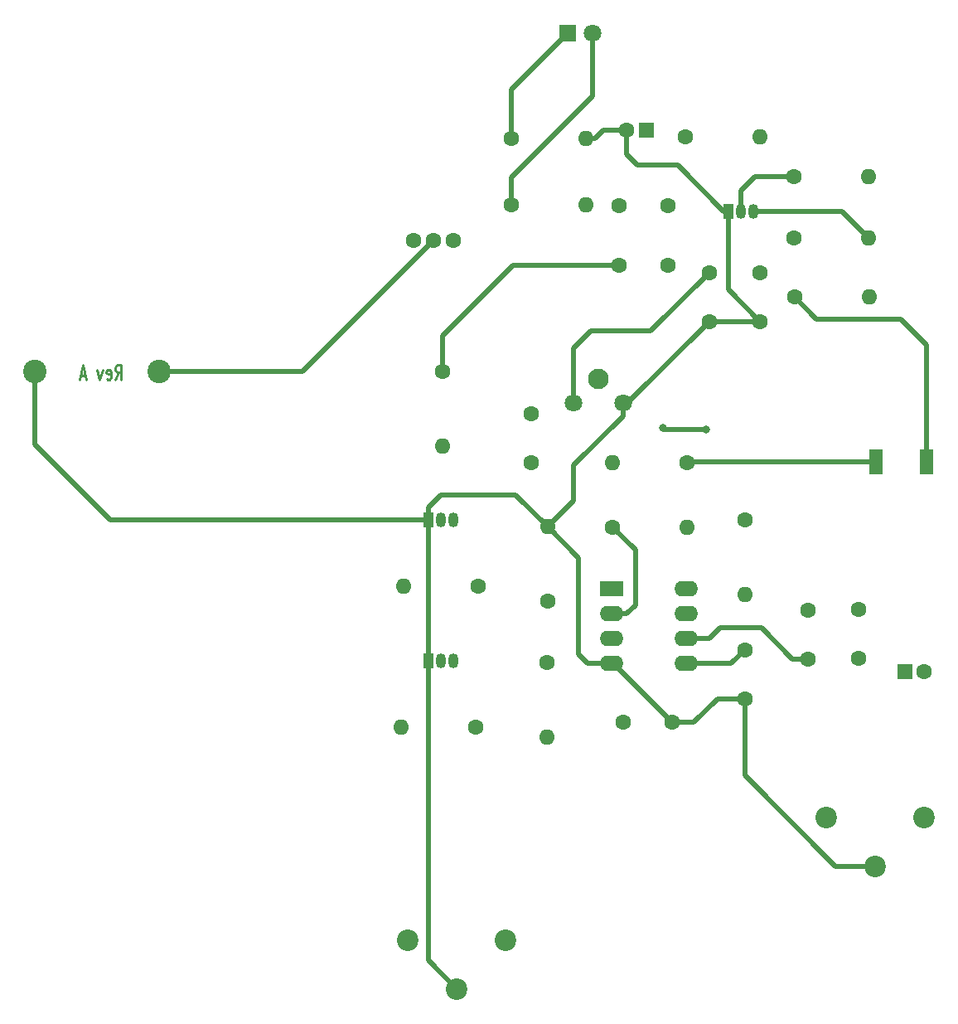
<source format=gbr>
%TF.GenerationSoftware,KiCad,Pcbnew,5.1.10-88a1d61d58~90~ubuntu20.04.1*%
%TF.CreationDate,2021-07-22T12:56:01-07:00*%
%TF.ProjectId,TwinTCPO,5477696e-5443-4504-9f2e-6b696361645f,A*%
%TF.SameCoordinates,Original*%
%TF.FileFunction,Copper,L2,Bot*%
%TF.FilePolarity,Positive*%
%FSLAX46Y46*%
G04 Gerber Fmt 4.6, Leading zero omitted, Abs format (unit mm)*
G04 Created by KiCad (PCBNEW 5.1.10-88a1d61d58~90~ubuntu20.04.1) date 2021-07-22 12:56:01*
%MOMM*%
%LPD*%
G01*
G04 APERTURE LIST*
%TA.AperFunction,NonConductor*%
%ADD10C,0.275000*%
%TD*%
%TA.AperFunction,ComponentPad*%
%ADD11O,2.400000X1.600000*%
%TD*%
%TA.AperFunction,ComponentPad*%
%ADD12R,2.400000X1.600000*%
%TD*%
%TA.AperFunction,ComponentPad*%
%ADD13C,1.600000*%
%TD*%
%TA.AperFunction,ComponentPad*%
%ADD14O,1.600000X1.600000*%
%TD*%
%TA.AperFunction,ComponentPad*%
%ADD15C,2.100000*%
%TD*%
%TA.AperFunction,ComponentPad*%
%ADD16C,1.800000*%
%TD*%
%TA.AperFunction,ComponentPad*%
%ADD17R,1.050000X1.500000*%
%TD*%
%TA.AperFunction,ComponentPad*%
%ADD18O,1.050000X1.500000*%
%TD*%
%TA.AperFunction,ComponentPad*%
%ADD19C,2.200000*%
%TD*%
%TA.AperFunction,ComponentPad*%
%ADD20C,2.400000*%
%TD*%
%TA.AperFunction,ComponentPad*%
%ADD21R,1.800000X1.800000*%
%TD*%
%TA.AperFunction,SMDPad,CuDef*%
%ADD22R,1.400000X2.600000*%
%TD*%
%TA.AperFunction,ComponentPad*%
%ADD23R,1.600000X1.600000*%
%TD*%
%TA.AperFunction,ViaPad*%
%ADD24C,0.800000*%
%TD*%
%TA.AperFunction,Conductor*%
%ADD25C,0.500000*%
%TD*%
G04 APERTURE END LIST*
D10*
X88490476Y-80378571D02*
X88857142Y-79664285D01*
X89119047Y-80378571D02*
X89119047Y-78878571D01*
X88700000Y-78878571D01*
X88595238Y-78950000D01*
X88542857Y-79021428D01*
X88490476Y-79164285D01*
X88490476Y-79378571D01*
X88542857Y-79521428D01*
X88595238Y-79592857D01*
X88700000Y-79664285D01*
X89119047Y-79664285D01*
X87599999Y-80307142D02*
X87704761Y-80378571D01*
X87914285Y-80378571D01*
X88019047Y-80307142D01*
X88071428Y-80164285D01*
X88071428Y-79592857D01*
X88019047Y-79450000D01*
X87914285Y-79378571D01*
X87704761Y-79378571D01*
X87599999Y-79450000D01*
X87547619Y-79592857D01*
X87547619Y-79735714D01*
X88071428Y-79878571D01*
X87180952Y-79378571D02*
X86919047Y-80378571D01*
X86657142Y-79378571D01*
X85452380Y-79950000D02*
X84928571Y-79950000D01*
X85557142Y-80378571D02*
X85190476Y-78878571D01*
X84823809Y-80378571D01*
D11*
%TO.P,U1,8*%
%TO.N,VCC*%
X146820000Y-101750000D03*
%TO.P,U1,4*%
%TO.N,GND*%
X139200000Y-109370000D03*
%TO.P,U1,7*%
%TO.N,Net-(C10-Pad1)*%
X146820000Y-104290000D03*
%TO.P,U1,3*%
%TO.N,Net-(C7-Pad1)*%
X139200000Y-106830000D03*
%TO.P,U1,6*%
%TO.N,Net-(C10-Pad1)*%
X146820000Y-106830000D03*
%TO.P,U1,2*%
%TO.N,Net-(R14-Pad1)*%
X139200000Y-104290000D03*
%TO.P,U1,5*%
%TO.N,Net-(C8-Pad1)*%
X146820000Y-109370000D03*
D12*
%TO.P,U1,1*%
%TO.N,Net-(R14-Pad1)*%
X139200000Y-101750000D03*
%TD*%
D13*
%TO.P,SW1,3*%
%TO.N,Net-(SW1-Pad3)*%
X123000000Y-66200000D03*
%TO.P,SW1,2*%
%TO.N,Net-(J2-Pad1)*%
X121000000Y-66200000D03*
%TO.P,SW1,1*%
%TO.N,VCC*%
X119000000Y-66200000D03*
%TD*%
D14*
%TO.P,R15,2*%
%TO.N,Net-(C8-Pad1)*%
X152850000Y-102370000D03*
D13*
%TO.P,R15,1*%
%TO.N,Net-(C10-Pad2)*%
X152850000Y-94750000D03*
%TD*%
D14*
%TO.P,R14,2*%
%TO.N,Net-(C10-Pad2)*%
X146920000Y-95450000D03*
D13*
%TO.P,R14,1*%
%TO.N,Net-(R14-Pad1)*%
X139300000Y-95450000D03*
%TD*%
D14*
%TO.P,R13,2*%
%TO.N,GND*%
X136570000Y-55750000D03*
D13*
%TO.P,R13,1*%
%TO.N,Net-(D2-Pad1)*%
X128950000Y-55750000D03*
%TD*%
D14*
%TO.P,R12,2*%
%TO.N,Net-(C7-Pad1)*%
X132600000Y-116870000D03*
D13*
%TO.P,R12,1*%
%TO.N,Net-(C6-Pad1)*%
X132600000Y-109250000D03*
%TD*%
D14*
%TO.P,R11,2*%
%TO.N,GND*%
X132650000Y-95430000D03*
D13*
%TO.P,R11,1*%
%TO.N,Net-(C6-Pad1)*%
X132650000Y-103050000D03*
%TD*%
D14*
%TO.P,R10,2*%
%TO.N,Net-(C6-Pad1)*%
X139330000Y-88900000D03*
D13*
%TO.P,R10,1*%
%TO.N,VCC*%
X146950000Y-88900000D03*
%TD*%
D15*
%TO.P,R9,2*%
%TO.N,Net-(C6-Pad2)*%
X137850000Y-80300000D03*
D16*
%TO.P,R9,3*%
%TO.N,GND*%
X140350000Y-82800000D03*
%TO.P,R9,1*%
%TO.N,Net-(C3-Pad1)*%
X135350000Y-82800000D03*
%TD*%
D14*
%TO.P,R8,2*%
%TO.N,Net-(Q3-Pad3)*%
X165500000Y-71950000D03*
D13*
%TO.P,R8,1*%
%TO.N,Net-(D1-Pad1)*%
X157880000Y-71950000D03*
%TD*%
D14*
%TO.P,R7,2*%
%TO.N,Net-(C5-Pad1)*%
X165470000Y-65950000D03*
D13*
%TO.P,R7,1*%
%TO.N,Net-(C3-Pad1)*%
X157850000Y-65950000D03*
%TD*%
D14*
%TO.P,R6,2*%
%TO.N,Net-(Q3-Pad3)*%
X121900000Y-87170000D03*
D13*
%TO.P,R6,1*%
%TO.N,Net-(C1-Pad1)*%
X121900000Y-79550000D03*
%TD*%
D14*
%TO.P,R5,2*%
%TO.N,Net-(C5-Pad1)*%
X154370000Y-55600000D03*
D13*
%TO.P,R5,1*%
%TO.N,Net-(C2-Pad1)*%
X146750000Y-55600000D03*
%TD*%
D14*
%TO.P,R4,2*%
%TO.N,Net-(C2-Pad1)*%
X136570000Y-62500000D03*
D13*
%TO.P,R4,1*%
%TO.N,VCC*%
X128950000Y-62500000D03*
%TD*%
D14*
%TO.P,R3,2*%
%TO.N,Net-(Q1-Pad3)*%
X117930000Y-101450000D03*
D13*
%TO.P,R3,1*%
%TO.N,VCC*%
X125550000Y-101450000D03*
%TD*%
D14*
%TO.P,R2,2*%
%TO.N,Net-(C3-Pad1)*%
X165420000Y-59700000D03*
D13*
%TO.P,R2,1*%
%TO.N,Net-(C1-Pad2)*%
X157800000Y-59700000D03*
%TD*%
D14*
%TO.P,R1,2*%
%TO.N,~Key*%
X117730000Y-115900000D03*
D13*
%TO.P,R1,1*%
%TO.N,VCC*%
X125350000Y-115900000D03*
%TD*%
D17*
%TO.P,Q3,1*%
%TO.N,GND*%
X120450000Y-94750000D03*
D18*
%TO.P,Q3,3*%
%TO.N,Net-(Q3-Pad3)*%
X122990000Y-94750000D03*
%TO.P,Q3,2*%
%TO.N,Net-(Q1-Pad3)*%
X121720000Y-94750000D03*
%TD*%
D17*
%TO.P,Q2,1*%
%TO.N,GND*%
X151150000Y-63200000D03*
D18*
%TO.P,Q2,3*%
%TO.N,Net-(C5-Pad1)*%
X153690000Y-63200000D03*
%TO.P,Q2,2*%
%TO.N,Net-(C1-Pad2)*%
X152420000Y-63200000D03*
%TD*%
D17*
%TO.P,Q1,1*%
%TO.N,GND*%
X120450000Y-109100000D03*
D18*
%TO.P,Q1,3*%
%TO.N,Net-(Q1-Pad3)*%
X122990000Y-109100000D03*
%TO.P,Q1,2*%
%TO.N,~Key*%
X121720000Y-109100000D03*
%TD*%
D19*
%TO.P,J3,S*%
%TO.N,Net-(C11-Pad2)*%
X128350000Y-137600000D03*
%TO.P,J3,T*%
X118350000Y-137600000D03*
%TO.P,J3,G*%
%TO.N,GND*%
X123350000Y-142600000D03*
%TD*%
D20*
%TO.P,J2,1*%
%TO.N,Net-(J2-Pad1)*%
X92950000Y-79550000D03*
%TO.P,J2,2*%
%TO.N,GND*%
X80250000Y-79550000D03*
%TD*%
D19*
%TO.P,J1,S*%
%TO.N,~Key*%
X171150000Y-125100000D03*
%TO.P,J1,T*%
X161150000Y-125100000D03*
%TO.P,J1,G*%
%TO.N,GND*%
X166150000Y-130100000D03*
%TD*%
D16*
%TO.P,D2,2*%
%TO.N,VCC*%
X137290000Y-45000000D03*
D21*
%TO.P,D2,1*%
%TO.N,Net-(D2-Pad1)*%
X134750000Y-45000000D03*
%TD*%
D22*
%TO.P,D1,2*%
%TO.N,VCC*%
X166200000Y-88800000D03*
%TO.P,D1,1*%
%TO.N,Net-(D1-Pad1)*%
X171400000Y-88800000D03*
%TD*%
D13*
%TO.P,C11,2*%
%TO.N,Net-(C11-Pad2)*%
X171150000Y-110200000D03*
D23*
%TO.P,C11,1*%
%TO.N,Net-(C10-Pad1)*%
X169150000Y-110200000D03*
%TD*%
D13*
%TO.P,C10,2*%
%TO.N,Net-(C10-Pad2)*%
X164400000Y-103850000D03*
%TO.P,C10,1*%
%TO.N,Net-(C10-Pad1)*%
X164400000Y-108850000D03*
%TD*%
%TO.P,C9,2*%
%TO.N,Net-(C10-Pad2)*%
X159300000Y-103900000D03*
%TO.P,C9,1*%
%TO.N,Net-(C10-Pad1)*%
X159300000Y-108900000D03*
%TD*%
%TO.P,C8,2*%
%TO.N,GND*%
X152800000Y-113000000D03*
%TO.P,C8,1*%
%TO.N,Net-(C8-Pad1)*%
X152800000Y-108000000D03*
%TD*%
%TO.P,C7,2*%
%TO.N,GND*%
X145400000Y-115400000D03*
%TO.P,C7,1*%
%TO.N,Net-(C7-Pad1)*%
X140400000Y-115400000D03*
%TD*%
%TO.P,C6,2*%
%TO.N,Net-(C6-Pad2)*%
X130950000Y-83900000D03*
%TO.P,C6,1*%
%TO.N,Net-(C6-Pad1)*%
X130950000Y-88900000D03*
%TD*%
%TO.P,C5,2*%
%TO.N,Net-(C1-Pad1)*%
X139950000Y-68700000D03*
%TO.P,C5,1*%
%TO.N,Net-(C5-Pad1)*%
X144950000Y-68700000D03*
%TD*%
%TO.P,C4,2*%
%TO.N,GND*%
X154400000Y-74450000D03*
%TO.P,C4,1*%
%TO.N,Net-(C3-Pad1)*%
X154400000Y-69450000D03*
%TD*%
%TO.P,C3,2*%
%TO.N,GND*%
X149200000Y-74450000D03*
%TO.P,C3,1*%
%TO.N,Net-(C3-Pad1)*%
X149200000Y-69450000D03*
%TD*%
%TO.P,C2,2*%
%TO.N,GND*%
X140750000Y-54950000D03*
D23*
%TO.P,C2,1*%
%TO.N,Net-(C2-Pad1)*%
X142750000Y-54950000D03*
%TD*%
D13*
%TO.P,C1,2*%
%TO.N,Net-(C1-Pad2)*%
X144950000Y-62650000D03*
%TO.P,C1,1*%
%TO.N,Net-(C1-Pad1)*%
X139950000Y-62650000D03*
%TD*%
D24*
%TO.N,Net-(Q3-Pad3)*%
X148850000Y-85450000D03*
X144450000Y-85350000D03*
%TD*%
D25*
%TO.N,Net-(C1-Pad2)*%
X157800000Y-59700000D02*
X153850000Y-59700000D01*
X152420000Y-61130000D02*
X152420000Y-63200000D01*
X153850000Y-59700000D02*
X152420000Y-61130000D01*
%TO.N,Net-(C1-Pad1)*%
X121900000Y-79550000D02*
X121900000Y-75950000D01*
X129150000Y-68700000D02*
X139950000Y-68700000D01*
X121900000Y-75950000D02*
X129150000Y-68700000D01*
%TO.N,GND*%
X80250000Y-79550000D02*
X80250000Y-87000000D01*
X88000000Y-94750000D02*
X120450000Y-94750000D01*
X80250000Y-87000000D02*
X88000000Y-94750000D01*
X120450000Y-94750000D02*
X120450000Y-109100000D01*
X120450000Y-139700000D02*
X123350000Y-142600000D01*
X120450000Y-109100000D02*
X120450000Y-139700000D01*
X139200000Y-109370000D02*
X136720000Y-109370000D01*
X136720000Y-109370000D02*
X135800000Y-108450000D01*
X135800000Y-98580000D02*
X132650000Y-95430000D01*
X135800000Y-108450000D02*
X135800000Y-98580000D01*
X120450000Y-94750000D02*
X120450000Y-93450000D01*
X120450000Y-93450000D02*
X121750000Y-92150000D01*
X129370000Y-92150000D02*
X132650000Y-95430000D01*
X121750000Y-92150000D02*
X129370000Y-92150000D01*
X139370000Y-109370000D02*
X145400000Y-115400000D01*
X139200000Y-109370000D02*
X139370000Y-109370000D01*
X145400000Y-115400000D02*
X147600000Y-115400000D01*
X150000000Y-113000000D02*
X152800000Y-113000000D01*
X147600000Y-115400000D02*
X150000000Y-113000000D01*
X152800000Y-113000000D02*
X152800000Y-120800000D01*
X162100000Y-130100000D02*
X166150000Y-130100000D01*
X152800000Y-120800000D02*
X162100000Y-130100000D01*
X140350000Y-82800000D02*
X140350000Y-84100000D01*
X140350000Y-84100000D02*
X135350000Y-89100000D01*
X135350000Y-92730000D02*
X132650000Y-95430000D01*
X135350000Y-89100000D02*
X135350000Y-92730000D01*
X140850000Y-82800000D02*
X149200000Y-74450000D01*
X140350000Y-82800000D02*
X140850000Y-82800000D01*
X154400000Y-74450000D02*
X149200000Y-74450000D01*
X151150000Y-71200000D02*
X154400000Y-74450000D01*
X151150000Y-63200000D02*
X151150000Y-71200000D01*
X151150000Y-63200000D02*
X150650000Y-63200000D01*
X150650000Y-63200000D02*
X145950000Y-58500000D01*
X145950000Y-58500000D02*
X141850000Y-58500000D01*
X140750000Y-57400000D02*
X140750000Y-54950000D01*
X141850000Y-58500000D02*
X140750000Y-57400000D01*
X136570000Y-55750000D02*
X137550000Y-55750000D01*
X138350000Y-54950000D02*
X140750000Y-54950000D01*
X137550000Y-55750000D02*
X138350000Y-54950000D01*
%TO.N,Net-(C3-Pad1)*%
X135350000Y-82800000D02*
X135350000Y-77200000D01*
X135350000Y-77200000D02*
X137100000Y-75450000D01*
X143200000Y-75450000D02*
X149200000Y-69450000D01*
X137100000Y-75450000D02*
X143200000Y-75450000D01*
%TO.N,Net-(C5-Pad1)*%
X162720000Y-63200000D02*
X165470000Y-65950000D01*
X153690000Y-63200000D02*
X162720000Y-63200000D01*
%TO.N,Net-(C8-Pad1)*%
X151430000Y-109370000D02*
X152800000Y-108000000D01*
X146820000Y-109370000D02*
X151430000Y-109370000D01*
%TO.N,Net-(C10-Pad1)*%
X159300000Y-108900000D02*
X157700000Y-108900000D01*
X157700000Y-108900000D02*
X154550000Y-105750000D01*
X154550000Y-105750000D02*
X150300000Y-105750000D01*
X149220000Y-106830000D02*
X146820000Y-106830000D01*
X150300000Y-105750000D02*
X149220000Y-106830000D01*
%TO.N,VCC*%
X147050000Y-88800000D02*
X146950000Y-88900000D01*
X166200000Y-88800000D02*
X147050000Y-88800000D01*
X128950000Y-62500000D02*
X128950000Y-59750000D01*
X137290000Y-51410000D02*
X137290000Y-45000000D01*
X128950000Y-59750000D02*
X137290000Y-51410000D01*
%TO.N,Net-(D1-Pad1)*%
X171400000Y-88800000D02*
X171400000Y-76850000D01*
X171400000Y-76850000D02*
X168750000Y-74200000D01*
X160130000Y-74200000D02*
X157880000Y-71950000D01*
X168750000Y-74200000D02*
X160130000Y-74200000D01*
%TO.N,Net-(D2-Pad1)*%
X128950000Y-50800000D02*
X134750000Y-45000000D01*
X128950000Y-55750000D02*
X128950000Y-50800000D01*
%TO.N,Net-(J2-Pad1)*%
X107650000Y-79550000D02*
X121000000Y-66200000D01*
X92950000Y-79550000D02*
X107650000Y-79550000D01*
%TO.N,Net-(Q3-Pad3)*%
X144550000Y-85450000D02*
X144450000Y-85350000D01*
X148850000Y-85450000D02*
X144550000Y-85450000D01*
%TO.N,Net-(R14-Pad1)*%
X139200000Y-104290000D02*
X140760000Y-104290000D01*
X140760000Y-104290000D02*
X141650000Y-103400000D01*
X141650000Y-97800000D02*
X139300000Y-95450000D01*
X141650000Y-103400000D02*
X141650000Y-97800000D01*
%TD*%
M02*

</source>
